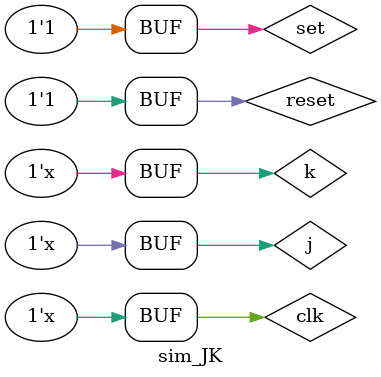
<source format=v>
`timescale 1ns / 1ps


module sim_JK();
reg clk,reset,set,j,k;
wire q,q_n;
JK u(.clk(clk),.reset(reset),.set(set),.j(j),.k(k),.q(q),.q_n(q_n));
initial
begin
   clk=0;reset=1;set=1;
   j=0;k=0;
end
always# 10 clk=~clk;
always# 20{j,k}={j,k}+1;



endmodule

</source>
